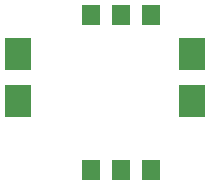
<source format=gbr>
G04 #@! TF.FileFunction,Paste,Bot*
%FSLAX46Y46*%
G04 Gerber Fmt 4.6, Leading zero omitted, Abs format (unit mm)*
G04 Created by KiCad (PCBNEW 4.0.6) date 09/05/17 06:11:10*
%MOMM*%
%LPD*%
G01*
G04 APERTURE LIST*
%ADD10C,0.100000*%
%ADD11R,1.600000X1.800000*%
%ADD12R,2.200000X2.800000*%
G04 APERTURE END LIST*
D10*
D11*
X155331000Y-71945000D03*
X152791000Y-71945000D03*
X150251000Y-71945000D03*
X155331000Y-85045000D03*
X152791000Y-85045000D03*
X150251000Y-85045000D03*
D12*
X158781000Y-75245000D03*
X158781000Y-79245000D03*
X144081000Y-79245000D03*
X144081000Y-75245000D03*
M02*

</source>
